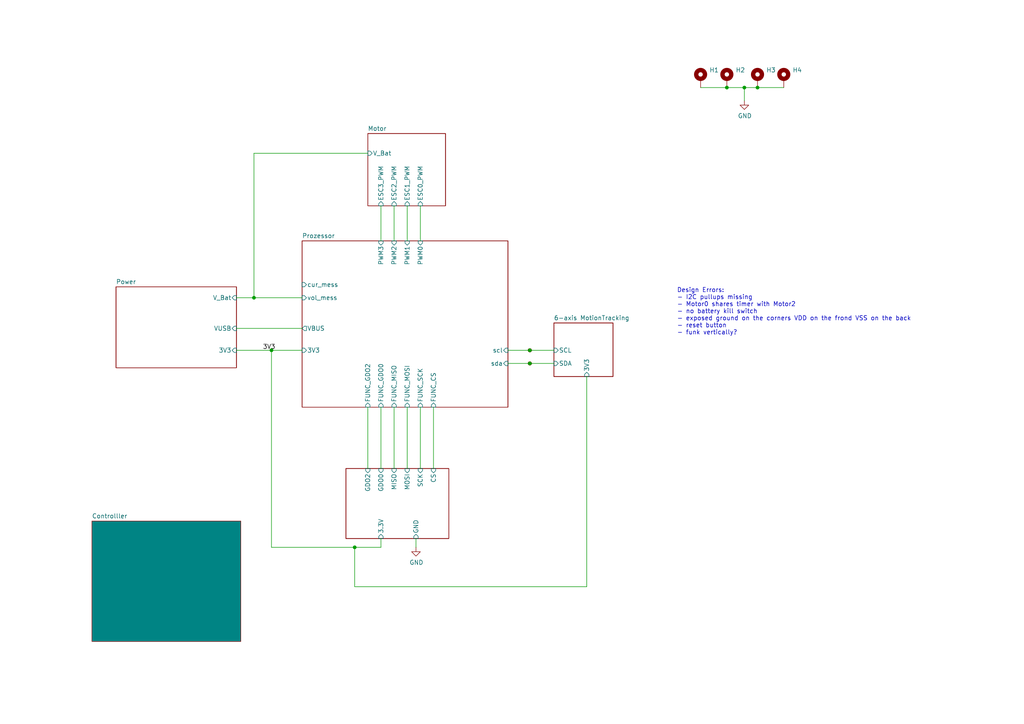
<source format=kicad_sch>
(kicad_sch (version 20231120) (generator "eeschema") (generator_version "8.0")
  (paper "A4")
  (lib_symbols
    (symbol "Connector:TestPoint_Small" (pin_numbers hide) (pin_names (offset 0.762) hide)
      (property "Reference" "TP" (at 0 3.81 0))
      (property "Value" "TestPoint_Small" (at 0 2.032 0))
      (symbol "TestPoint_Small_0_1"
        (circle (center 0 0) (radius 0.508))
      )
      (symbol "TestPoint_Small_1_1"
        (pin passive line (at 0 0 90) (length 0) (name "1") (number "1"))
      )
    )
    (symbol "Mechanical:MountingHole_Pad" (pin_numbers hide) (pin_names (offset 1.016) hide)
      (property "Reference" "H" (at 0 6.35 0))
      (property "Value" "MountingHole_Pad" (at 0 4.445 0))
      (symbol "MountingHole_Pad_0_1"
        (circle (center 0 1.27) (radius 1.27) (stroke (width 1.27)))
      )
      (symbol "MountingHole_Pad_1_1"
        (pin input line (at 0 -2.54 90) (length 2.54) (name "1") (number "1"))
      )
    )
    (symbol "power:GND" (power) (pin_names (offset 0))
      (property "Value" "GND" (at 0 -3.81 0))
      (symbol "GND_0_1"
        (polyline (pts (xy 0 0) (xy 0 -1.27) (xy 1.27 -1.27) (xy 0 -2.54) (xy -1.27 -1.27) (xy 0 -1.27)))
      )
      (symbol "GND_1_1"
        (pin power_in line (at 0 0 270) (length 0) hide (name "GND") (number "1"))
      )
    )
  )
  (junction (at 78.74 101.6))
  (junction (at 102.87 158.75))
  (junction (at 73.66 86.36))
  (junction (at 153.67 101.6))
  (junction (at 153.67 105.41))
  (junction (at 215.9 25.4))
  (junction (at 219.71 25.4))
  (junction (at 210.82 25.4))
  (wire (pts (xy 120.65 156.21) (xy 120.65 158.75)))
  (wire (pts (xy 170.18 109.22) (xy 170.18 170.18)))
  (wire (pts (xy 153.67 105.41) (xy 160.655 105.41)))
  (wire (pts (xy 203.2 25.4) (xy 210.82 25.4)))
  (wire (pts (xy 153.67 101.6) (xy 160.655 101.6)))
  (wire (pts (xy 114.3 118.11) (xy 114.3 135.89)))
  (wire (pts (xy 147.32 105.41) (xy 153.67 105.41)))
  (wire (pts (xy 210.82 25.4) (xy 215.9 25.4)))
  (wire (pts (xy 147.32 101.6) (xy 153.67 101.6)))
  (wire (pts (xy 110.49 158.75) (xy 102.87 158.75)))
  (wire (pts (xy 170.18 170.18) (xy 102.87 170.18)))
  (wire (pts (xy 215.9 25.4) (xy 219.71 25.4)))
  (wire (pts (xy 68.58 101.6) (xy 78.74 101.6)))
  (wire (pts (xy 125.73 118.11) (xy 125.73 135.89)))
  (wire (pts (xy 102.87 170.18) (xy 102.87 158.75)))
  (wire (pts (xy 68.58 95.25) (xy 87.63 95.25)))
  (wire (pts (xy 106.68 118.11) (xy 106.68 135.89)))
  (wire (pts (xy 219.71 25.4) (xy 227.33 25.4)))
  (wire (pts (xy 102.87 158.75) (xy 78.74 158.75)))
  (wire (pts (xy 78.74 101.6) (xy 87.63 101.6)))
  (wire (pts (xy 78.74 158.75) (xy 78.74 101.6)))
  (wire (pts (xy 73.66 44.45) (xy 73.66 86.36)))
  (wire (pts (xy 118.11 59.69) (xy 118.11 69.85)))
  (wire (pts (xy 121.92 59.69) (xy 121.92 69.85)))
  (wire (pts (xy 110.49 118.11) (xy 110.49 135.89)))
  (wire (pts (xy 68.58 86.36) (xy 73.66 86.36)))
  (wire (pts (xy 106.68 44.45) (xy 73.66 44.45)))
  (wire (pts (xy 114.3 59.69) (xy 114.3 69.85)))
  (wire (pts (xy 110.49 59.69) (xy 110.49 69.85)))
  (wire (pts (xy 121.92 118.11) (xy 121.92 135.89)))
  (wire (pts (xy 73.66 86.36) (xy 87.63 86.36)))
  (wire (pts (xy 110.49 156.21) (xy 110.49 158.75)))
  (wire (pts (xy 215.9 25.4) (xy 215.9 29.21)))
  (wire (pts (xy 118.11 118.11) (xy 118.11 135.89)))
  (text "Design Errors:\n- I2C pullups missing\n- Motor0 shares timer with Motor2\n- no battery kill switch\n- exposed ground on the corners VDD on the frond VSS on the back\n- reset button\n- funk vertically?" (at 196.342 90.424 0) (effects (font (size 1.27 1.27)) (justify left)))
  (label "3V3" (at 76.2 101.6 0))
  (symbol (lib_id "Mechanical:MountingHole_Pad") (at 219.71 22.86 0) (unit 1)
    (property "Reference" "H3" (at 222.25 20.3199 0) (effects (justify left)))
    (property "Value" "MountingHole_Pad" (effects (hide yes)))
    (property "Footprint" "MountingHole:MountingHole_2.7mm_Pad_Via" (effects (hide yes)))
    (property "Description" "Mounting Hole with connection" (effects (hide yes)))
  )
  (symbol (lib_id "Mechanical:MountingHole_Pad") (at 203.2 22.86 0) (unit 1)
    (property "Reference" "H1" (at 205.74 20.3199 0) (effects (justify left)))
    (property "Value" "MountingHole_Pad" (effects (hide yes)))
    (property "Footprint" "MountingHole:MountingHole_2.7mm_Pad_Via" (effects (hide yes)))
    (property "Description" "Mounting Hole with connection" (effects (hide yes)))
  )
  (symbol (lib_id "Connector:TestPoint_Small") (at 153.67 101.6 0) (unit 1)
    (property "Reference" "TP1" (effects (hide yes)))
    (property "Value" "TestPoint_Small" (effects (hide yes)))
    (property "Footprint" "TestPoint:TestPoint_Pad_D1.0mm" (effects (hide yes)))
    (property "Description" "test point" (effects (hide yes)))
  )
  (symbol (lib_id "Mechanical:MountingHole_Pad") (at 210.82 22.86 0) (unit 1)
    (property "Reference" "H2" (at 213.36 20.3199 0) (effects (justify left)))
    (property "Value" "MountingHole_Pad" (effects (hide yes)))
    (property "Footprint" "MountingHole:MountingHole_2.7mm_Pad_Via" (effects (hide yes)))
    (property "Description" "Mounting Hole with connection" (effects (hide yes)))
  )
  (symbol (lib_id "Mechanical:MountingHole_Pad") (at 227.33 22.86 0) (unit 1)
    (property "Reference" "H4" (at 229.87 20.3199 0) (effects (justify left)))
    (property "Value" "MountingHole_Pad" (effects (hide yes)))
    (property "Footprint" "MountingHole:MountingHole_2.7mm_Pad_Via" (effects (hide yes)))
    (property "Description" "Mounting Hole with connection" (effects (hide yes)))
  )
  (symbol (lib_id "power:GND") (at 120.65 158.75 0) (unit 1)
    (property "Reference" "#PWR01" (effects (hide yes)))
    (property "Value" "GND" (at 120.777 163.1442 0))
  )
  (symbol (lib_id "power:GND") (at 215.9 29.21 0) (unit 1)
    (property "Reference" "#PWR02" (effects (hide yes)))
    (property "Value" "GND" (at 216.027 33.6042 0))
  )
  (symbol (lib_id "Connector:TestPoint_Small") (at 153.67 105.41 0) (unit 1)
    (property "Reference" "TP2" (effects (hide yes)))
    (property "Value" "TestPoint_Small" (effects (hide yes)))
    (property "Footprint" "TestPoint:TestPoint_Pad_D1.0mm" (effects (hide yes)))
    (property "Description" "test point" (effects (hide yes)))
  )
  (sheet (at 87.63 69.85) (size 59.69 48.26) (stroke (width 0.1524))
    (property "Sheetname" "Prozessor" (at 87.63 69.1384 0) (effects (justify left bottom)))
    (property "Sheetfile" "Prozessor.kicad_sch" (effects (hide yes)))
    (pin "3V3" input (at 87.63 101.6 180))
    (pin "VBUS" output (at 87.63 95.25 180))
    (pin "cur_mess" input (at 87.63 82.55 180))
    (pin "vol_mess" input (at 87.63 86.36 180))
    (pin "FUNC_GDO2" input (at 106.68 118.11 270))
    (pin "FUNC_MISO" input (at 114.3 118.11 270))
    (pin "FUNC_GDO0" input (at 110.49 118.11 270))
    (pin "FUNC_MOSI" input (at 118.11 118.11 270))
    (pin "FUNC_SCK" input (at 121.92 118.11 270))
    (pin "FUNC_CS" input (at 125.73 118.11 270))
    (pin "sda" input (at 147.32 105.41 0))
    (pin "scl" input (at 147.32 101.6 0))
    (pin "PWM3" input (at 110.49 69.85 90))
    (pin "PWM0" input (at 121.92 69.85 90))
    (pin "PWM2" input (at 114.3 69.85 90))
    (pin "PWM1" input (at 118.11 69.85 90))
  )
  (sheet (at 26.67 151.13) (size 43.18 34.925) (stroke (width 0.1524)) (fill (color 0 132 132 1.0000))
    (property "Sheetname" "Controlller" (at 26.67 150.4184 0) (effects (justify left bottom)))
    (property "Sheetfile" "Controlller.kicad_sch" (effects (hide yes)))
  )
  (sheet (at 160.655 93.6625) (size 17.145 15.5575) (stroke (width 0.1524))
    (property "Sheetname" "6-axis MotionTracking" (at 160.655 92.9509 0) (effects (justify left bottom)))
    (property "Sheetfile" "6-axis MotionTracking.kicad_sch" (effects (hide yes)))
    (pin "SCL" input (at 160.655 101.6 180))
    (pin "SDA" input (at 160.655 105.41 180))
    (pin "3V3" input (at 170.18 109.22 270))
  )
  (sheet (at 33.655 83.185) (size 34.925 23.495) (stroke (width 0.1524))
    (property "Sheetname" "Power" (at 33.655 82.4734 0) (effects (justify left bottom)))
    (property "Sheetfile" "Power.kicad_sch" (effects (hide yes)))
    (pin "V_Bat" input (at 68.58 86.36 0))
    (pin "3V3" input (at 68.58 101.6 0))
    (pin "VUSB" input (at 68.58 95.25 0))
  )
  (sheet (at 100.33 135.89) (size 29.845 20.32) (stroke (width 0.1524))
    (property "Sheetname" "Funk" (effects (hide yes)))
    (property "Sheetfile" "Funk.kicad_sch" (effects (hide yes)))
    (pin "SCK" input (at 121.92 135.89 90))
    (pin "MISO" input (at 114.3 135.89 90))
    (pin "MOSI" input (at 118.11 135.89 90))
    (pin "CS" input (at 125.73 135.89 90))
    (pin "GND" input (at 120.65 156.21 270))
    (pin "3.3V" input (at 110.49 156.21 270))
    (pin "GDO0" input (at 110.49 135.89 90))
    (pin "GDO2" input (at 106.68 135.89 90))
  )
  (sheet (at 106.68 38.735) (size 22.5425 20.955) (stroke (width 0.1524))
    (property "Sheetname" "Motor" (at 106.68 38.0234 0) (effects (justify left bottom)))
    (property "Sheetfile" "Motors.kicad_sch" (effects (hide yes)))
    (pin "ESC0_PWM" input (at 121.92 59.69 270))
    (pin "ESC3_PWM" input (at 110.49 59.69 270))
    (pin "ESC1_PWM" input (at 118.11 59.69 270))
    (pin "ESC2_PWM" input (at 114.3 59.69 270))
    (pin "V_Bat" input (at 106.68 44.45 180))
  )
)
</source>
